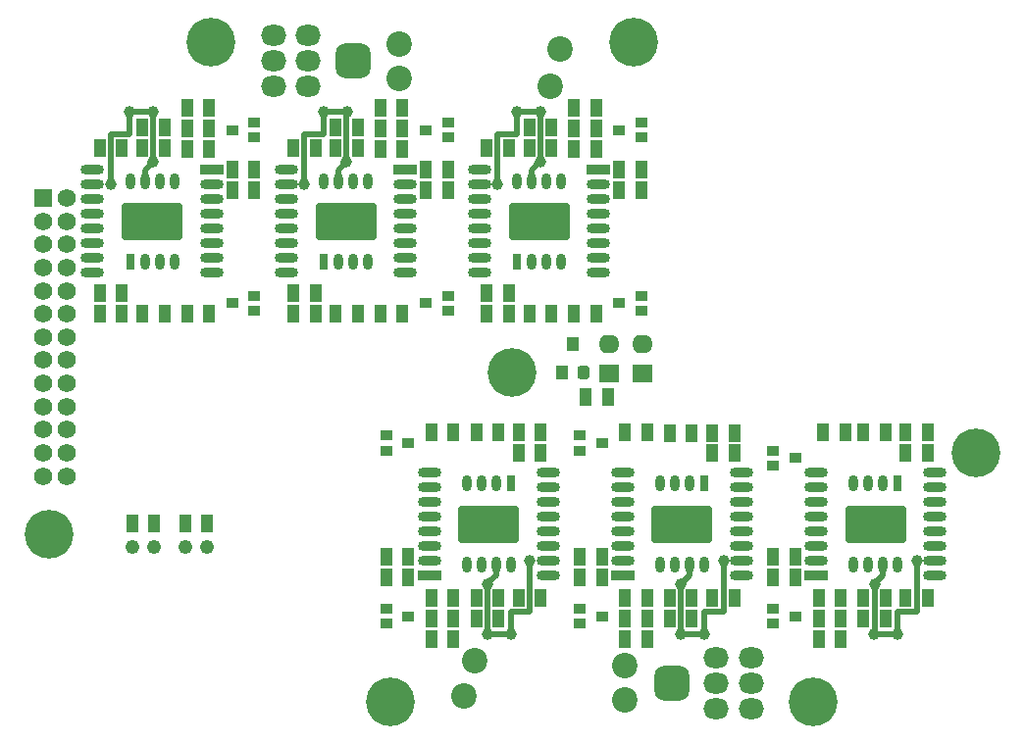
<source format=gbs>
G04*
G04 #@! TF.GenerationSoftware,Altium Limited,Altium Designer,22.1.2 (22)*
G04*
G04 Layer_Color=16711935*
%FSAX42Y42*%
%MOMM*%
G71*
G04*
G04 #@! TF.SameCoordinates,0EE806D4-B871-489F-9783-670BAA343DA3*
G04*
G04*
G04 #@! TF.FilePolarity,Negative*
G04*
G01*
G75*
%ADD15C,0.50*%
%ADD16R,2.00X0.90*%
%ADD17O,2.00X0.90*%
%ADD18R,0.80X1.40*%
%ADD19O,0.84X1.40*%
%ADD20R,1.00X1.50*%
G04:AMPARAMS|DCode=26|XSize=5.2mm|YSize=3.2mm|CornerRadius=0.18mm|HoleSize=0mm|Usage=FLASHONLY|Rotation=0.000|XOffset=0mm|YOffset=0mm|HoleType=Round|Shape=RoundedRectangle|*
%AMROUNDEDRECTD26*
21,1,5.20,2.85,0,0,0.0*
21,1,4.85,3.20,0,0,0.0*
1,1,0.35,2.42,-1.43*
1,1,0.35,-2.42,-1.43*
1,1,0.35,-2.42,1.43*
1,1,0.35,2.42,1.43*
%
%ADD26ROUNDEDRECTD26*%
%ADD27C,2.20*%
%ADD28C,1.57*%
%ADD29R,1.57X1.57*%
%ADD30C,1.22*%
G04:AMPARAMS|DCode=31|XSize=3mm|YSize=3mm|CornerRadius=0.8mm|HoleSize=0mm|Usage=FLASHONLY|Rotation=180.000|XOffset=0mm|YOffset=0mm|HoleType=Round|Shape=RoundedRectangle|*
%AMROUNDEDRECTD31*
21,1,3.00,1.40,0,0,180.0*
21,1,1.40,3.00,0,0,180.0*
1,1,1.60,-0.70,0.70*
1,1,1.60,0.70,0.70*
1,1,1.60,0.70,-0.70*
1,1,1.60,-0.70,-0.70*
%
%ADD31ROUNDEDRECTD31*%
%ADD32O,2.20X1.80*%
%ADD33R,1.80X1.60*%
%ADD34O,1.80X1.60*%
%ADD35C,1.00*%
%ADD36C,4.20*%
G04:AMPARAMS|DCode=78|XSize=0.9mm|YSize=1.1mm|CornerRadius=0.28mm|HoleSize=0mm|Usage=FLASHONLY|Rotation=270.000|XOffset=0mm|YOffset=0mm|HoleType=Round|Shape=RoundedRectangle|*
%AMROUNDEDRECTD78*
21,1,0.90,0.55,0,0,270.0*
21,1,0.35,1.10,0,0,270.0*
1,1,0.55,-0.28,-0.18*
1,1,0.55,-0.28,0.18*
1,1,0.55,0.28,0.18*
1,1,0.55,0.28,-0.18*
%
%ADD78ROUNDEDRECTD78*%
%ADD79R,1.10X0.90*%
G04:AMPARAMS|DCode=80|XSize=1.1mm|YSize=1.15mm|CornerRadius=0.33mm|HoleSize=0mm|Usage=FLASHONLY|Rotation=180.000|XOffset=0mm|YOffset=0mm|HoleType=Round|Shape=RoundedRectangle|*
%AMROUNDEDRECTD80*
21,1,1.10,0.50,0,0,180.0*
21,1,0.45,1.15,0,0,180.0*
1,1,0.65,-0.23,0.25*
1,1,0.65,0.23,0.25*
1,1,0.65,0.23,-0.25*
1,1,0.65,-0.23,-0.25*
%
%ADD80ROUNDEDRECTD80*%
%ADD81R,1.10X1.15*%
%ADD82R,1.10X1.15*%
D15*
X007523Y001416D02*
X007551Y001443D01*
X007523Y000982D02*
Y001416D01*
Y000982D02*
X007724D01*
X007890Y001174D02*
Y001612D01*
X007724Y000982D02*
Y001174D01*
X007596Y001489D02*
Y001582D01*
X007551Y001443D02*
X007596Y001489D01*
X007724Y001174D02*
X007890D01*
X006054D02*
X006220D01*
X005881Y001443D02*
X005926Y001489D01*
Y001582D01*
X006054Y000982D02*
Y001174D01*
X006220D02*
Y001612D01*
X005853Y000982D02*
X006054D01*
X005853D02*
Y001416D01*
X005881Y001443D01*
X004183Y001416D02*
X004211Y001443D01*
X004183Y000982D02*
Y001416D01*
Y000982D02*
X004384D01*
X004550Y001174D02*
Y001612D01*
X004384Y000982D02*
Y001174D01*
X004256Y001489D02*
Y001582D01*
X004211Y001443D02*
X004256Y001489D01*
X004384Y001174D02*
X004550D01*
X004270Y005302D02*
X004436D01*
X004564Y004987D02*
X004609Y005033D01*
X004564Y004894D02*
Y004987D01*
X004436Y005302D02*
Y005494D01*
X004270Y004864D02*
Y005302D01*
X004436Y005494D02*
X004637D01*
Y005060D02*
Y005494D01*
X004609Y005033D02*
X004637Y005060D01*
X001269Y005033D02*
X001297Y005060D01*
Y005494D01*
X001096D02*
X001297D01*
X000930Y004864D02*
Y005302D01*
X001096D02*
Y005494D01*
X001224Y004894D02*
Y004987D01*
X001269Y005033D01*
X000930Y005302D02*
X001096D01*
X002600D02*
X002766D01*
X002894Y004987D02*
X002939Y005033D01*
X002894Y004894D02*
Y004987D01*
X002766Y005302D02*
Y005494D01*
X002600Y004864D02*
Y005302D01*
X002766Y005494D02*
X002967D01*
Y005060D02*
Y005494D01*
X002939Y005033D02*
X002967Y005060D01*
D16*
X007020Y001485D02*
D03*
X005350D02*
D03*
X003680D02*
D03*
X005140Y004991D02*
D03*
X001800D02*
D03*
X003470D02*
D03*
D17*
X007020Y001739D02*
D03*
Y001866D02*
D03*
Y001993D02*
D03*
Y002120D02*
D03*
Y002247D02*
D03*
Y002374D02*
D03*
Y001612D02*
D03*
X008046Y001485D02*
D03*
Y001612D02*
D03*
Y001739D02*
D03*
Y002247D02*
D03*
Y001866D02*
D03*
Y002374D02*
D03*
Y001993D02*
D03*
Y002120D02*
D03*
X006376D02*
D03*
Y001993D02*
D03*
Y002374D02*
D03*
Y001866D02*
D03*
Y002247D02*
D03*
Y001739D02*
D03*
Y001612D02*
D03*
Y001485D02*
D03*
X005350Y001612D02*
D03*
Y002374D02*
D03*
Y002247D02*
D03*
Y002120D02*
D03*
Y001993D02*
D03*
Y001866D02*
D03*
Y001739D02*
D03*
X003680D02*
D03*
Y001866D02*
D03*
Y001993D02*
D03*
Y002120D02*
D03*
Y002247D02*
D03*
Y002374D02*
D03*
Y001612D02*
D03*
X004706Y001485D02*
D03*
Y001612D02*
D03*
Y001739D02*
D03*
Y002247D02*
D03*
Y001866D02*
D03*
Y002374D02*
D03*
Y001993D02*
D03*
Y002120D02*
D03*
X004114Y004356D02*
D03*
Y004483D02*
D03*
Y004102D02*
D03*
Y004610D02*
D03*
Y004229D02*
D03*
Y004737D02*
D03*
Y004864D02*
D03*
Y004991D02*
D03*
X005140Y004864D02*
D03*
Y004102D02*
D03*
Y004229D02*
D03*
Y004356D02*
D03*
Y004483D02*
D03*
Y004610D02*
D03*
Y004737D02*
D03*
X001800D02*
D03*
Y004610D02*
D03*
Y004483D02*
D03*
Y004356D02*
D03*
Y004229D02*
D03*
Y004102D02*
D03*
Y004864D02*
D03*
X000774Y004991D02*
D03*
Y004864D02*
D03*
Y004737D02*
D03*
Y004229D02*
D03*
Y004610D02*
D03*
Y004102D02*
D03*
Y004483D02*
D03*
Y004356D02*
D03*
X002444D02*
D03*
Y004483D02*
D03*
Y004102D02*
D03*
Y004610D02*
D03*
Y004229D02*
D03*
Y004737D02*
D03*
Y004864D02*
D03*
Y004991D02*
D03*
X003470Y004864D02*
D03*
Y004102D02*
D03*
Y004229D02*
D03*
Y004356D02*
D03*
Y004483D02*
D03*
Y004610D02*
D03*
Y004737D02*
D03*
D18*
X007722Y002281D02*
D03*
X006052D02*
D03*
X004382D02*
D03*
X004438Y004195D02*
D03*
X001098D02*
D03*
X002768D02*
D03*
D19*
X007595Y001583D02*
D03*
X007341Y002281D02*
D03*
X007468D02*
D03*
X007722Y001583D02*
D03*
X007341D02*
D03*
X007595Y002281D02*
D03*
X007468Y001583D02*
D03*
X005798D02*
D03*
X005925Y002281D02*
D03*
X005671Y001583D02*
D03*
X006052D02*
D03*
X005798Y002281D02*
D03*
X005671D02*
D03*
X005925Y001583D02*
D03*
X004255D02*
D03*
X004001Y002281D02*
D03*
X004128D02*
D03*
X004382Y001583D02*
D03*
X004001D02*
D03*
X004255Y002281D02*
D03*
X004128Y001583D02*
D03*
X004692Y004893D02*
D03*
X004565Y004195D02*
D03*
X004819Y004893D02*
D03*
X004438D02*
D03*
X004692Y004195D02*
D03*
X004819D02*
D03*
X004565Y004893D02*
D03*
X001225D02*
D03*
X001479Y004195D02*
D03*
X001352D02*
D03*
X001098Y004893D02*
D03*
X001479D02*
D03*
X001225Y004195D02*
D03*
X001352Y004893D02*
D03*
X003022D02*
D03*
X002895Y004195D02*
D03*
X003149Y004893D02*
D03*
X002768D02*
D03*
X003022Y004195D02*
D03*
X003149D02*
D03*
X002895Y004893D02*
D03*
D20*
X007983Y001293D02*
D03*
X007793D02*
D03*
X007617Y001117D02*
D03*
Y001297D02*
D03*
X007427Y001117D02*
D03*
Y001297D02*
D03*
X005757D02*
D03*
Y001117D02*
D03*
X005947Y001297D02*
D03*
Y001117D02*
D03*
X006123Y001293D02*
D03*
X006313D02*
D03*
X004643D02*
D03*
X004453D02*
D03*
X004277Y001117D02*
D03*
Y001297D02*
D03*
X004087Y001117D02*
D03*
Y001297D02*
D03*
X004733Y005179D02*
D03*
Y005359D02*
D03*
X004543Y005179D02*
D03*
Y005359D02*
D03*
X004367Y005183D02*
D03*
X004177D02*
D03*
X000837D02*
D03*
X001027D02*
D03*
X001203Y005359D02*
D03*
Y005179D02*
D03*
X001393Y005359D02*
D03*
Y005179D02*
D03*
X003063D02*
D03*
Y005359D02*
D03*
X002873Y005179D02*
D03*
Y005359D02*
D03*
X002697Y005183D02*
D03*
X002507D02*
D03*
X007270Y002723D02*
D03*
X007080D02*
D03*
X007982D02*
D03*
X007792D02*
D03*
X007617Y002723D02*
D03*
X007427D02*
D03*
X007230Y001297D02*
D03*
X007040D02*
D03*
X006840Y001475D02*
D03*
X006650D02*
D03*
X007792Y002545D02*
D03*
X007982D02*
D03*
X007230Y000940D02*
D03*
X007040D02*
D03*
X007230Y001118D02*
D03*
X007040D02*
D03*
X006649Y001653D02*
D03*
X006839D02*
D03*
X004642Y002545D02*
D03*
X004452D02*
D03*
X003700Y000940D02*
D03*
X003890D02*
D03*
X004452Y002723D02*
D03*
X004642D02*
D03*
X004087Y002723D02*
D03*
X004277D02*
D03*
X003310Y001475D02*
D03*
X003500D02*
D03*
X003700Y002723D02*
D03*
X003890D02*
D03*
X003700Y001118D02*
D03*
X003890D02*
D03*
X003700Y001297D02*
D03*
X003890D02*
D03*
X003499Y001653D02*
D03*
X003309D02*
D03*
X005370Y001118D02*
D03*
X005560D02*
D03*
X006122Y002713D02*
D03*
X006312D02*
D03*
X005757D02*
D03*
X005947D02*
D03*
X005370Y001297D02*
D03*
X005560D02*
D03*
X004980Y001475D02*
D03*
X005170D02*
D03*
X005370Y000940D02*
D03*
X005560D02*
D03*
X005370Y002723D02*
D03*
X005560D02*
D03*
X005169Y001653D02*
D03*
X004979D02*
D03*
X006312Y002545D02*
D03*
X006122D02*
D03*
X001575Y001933D02*
D03*
X001765D02*
D03*
X001305Y001933D02*
D03*
X001115D02*
D03*
X003063Y003747D02*
D03*
X002873D02*
D03*
X001981Y004817D02*
D03*
X002171D02*
D03*
X001780Y005352D02*
D03*
X001590D02*
D03*
X001780Y003747D02*
D03*
X001590D02*
D03*
X001780Y005530D02*
D03*
X001590D02*
D03*
X000838Y003925D02*
D03*
X001028D02*
D03*
X002170Y004995D02*
D03*
X001980D02*
D03*
X001780Y005173D02*
D03*
X001590D02*
D03*
X001393Y003747D02*
D03*
X001203D02*
D03*
X001028Y003747D02*
D03*
X000838D02*
D03*
X003651Y004817D02*
D03*
X003841D02*
D03*
X003450Y005352D02*
D03*
X003260D02*
D03*
X003450Y003747D02*
D03*
X003260D02*
D03*
X003450Y005530D02*
D03*
X003260D02*
D03*
X002508Y003925D02*
D03*
X002698D02*
D03*
X003840Y004995D02*
D03*
X003650D02*
D03*
X003450Y005173D02*
D03*
X003260D02*
D03*
X002698Y003747D02*
D03*
X002508D02*
D03*
X004368D02*
D03*
X004178D02*
D03*
X004733Y003747D02*
D03*
X004543D02*
D03*
X005120Y005173D02*
D03*
X004930D02*
D03*
X005510Y004995D02*
D03*
X005320D02*
D03*
X004178Y003925D02*
D03*
X004368D02*
D03*
X005120Y005530D02*
D03*
X004930D02*
D03*
X005120Y003747D02*
D03*
X004930D02*
D03*
X005120Y005352D02*
D03*
X004930D02*
D03*
X005321Y004817D02*
D03*
X005511D02*
D03*
X005030Y003033D02*
D03*
X005220D02*
D03*
D26*
X007531Y001932D02*
D03*
X005861D02*
D03*
X004191D02*
D03*
X004629Y004544D02*
D03*
X001289D02*
D03*
X002959D02*
D03*
D27*
X004070Y000750D02*
D03*
X003424Y005781D02*
D03*
X004721Y005712D02*
D03*
X005370Y000710D02*
D03*
X003424Y006081D02*
D03*
X004811Y006032D02*
D03*
X003980Y000450D02*
D03*
X005370Y000410D02*
D03*
D28*
X000347Y004147D02*
D03*
Y004347D02*
D03*
X000547Y003947D02*
D03*
X000347D02*
D03*
X000547Y004147D02*
D03*
Y004347D02*
D03*
Y004547D02*
D03*
X000347D02*
D03*
X000547Y004747D02*
D03*
Y003747D02*
D03*
X000347Y003547D02*
D03*
X000547D02*
D03*
X000347Y003747D02*
D03*
X000547Y003347D02*
D03*
X000347Y003147D02*
D03*
X000547D02*
D03*
X000347Y003347D02*
D03*
X000547Y002947D02*
D03*
X000347D02*
D03*
X000547Y002747D02*
D03*
X000347Y002547D02*
D03*
X000547D02*
D03*
Y002347D02*
D03*
X000347Y002347D02*
D03*
Y002747D02*
D03*
D29*
Y004747D02*
D03*
D30*
X001574Y001733D02*
D03*
X001765D02*
D03*
X001115D02*
D03*
X001306D02*
D03*
D31*
X003023Y005931D02*
D03*
X005771Y000560D02*
D03*
D32*
X002635Y006151D02*
D03*
Y005931D02*
D03*
Y005711D02*
D03*
X002335Y006151D02*
D03*
Y005931D02*
D03*
Y005711D02*
D03*
X006458Y000780D02*
D03*
Y000560D02*
D03*
Y000340D02*
D03*
X006158Y000780D02*
D03*
Y000560D02*
D03*
Y000340D02*
D03*
D33*
X005230Y003236D02*
D03*
X005520D02*
D03*
D34*
X005230Y003490D02*
D03*
X005520D02*
D03*
D35*
X007522Y000983D02*
D03*
X007724D02*
D03*
X007890Y001612D02*
D03*
X007523Y001415D02*
D03*
X005853D02*
D03*
X006220Y001612D02*
D03*
X006054Y000983D02*
D03*
X005852D02*
D03*
X004182D02*
D03*
X004384D02*
D03*
X004550Y001612D02*
D03*
X004183Y001415D02*
D03*
X004637Y005061D02*
D03*
X004270Y004864D02*
D03*
X004436Y005493D02*
D03*
X004638D02*
D03*
X001298D02*
D03*
X001096D02*
D03*
X000930Y004864D02*
D03*
X001297Y005061D02*
D03*
X002967D02*
D03*
X002600Y004864D02*
D03*
X002766Y005493D02*
D03*
X002968D02*
D03*
D36*
X001799Y006095D02*
D03*
X004395Y003245D02*
D03*
X005445Y006095D02*
D03*
X000395Y001845D02*
D03*
X003345Y000395D02*
D03*
X008395Y002545D02*
D03*
X006991Y000395D02*
D03*
D78*
X006649Y001070D02*
D03*
X006650Y002435D02*
D03*
X003309Y001070D02*
D03*
X003310Y002565D02*
D03*
X004979Y001070D02*
D03*
X004980Y002565D02*
D03*
X002170Y003905D02*
D03*
X002171Y005400D02*
D03*
X003840Y003905D02*
D03*
X003841Y005400D02*
D03*
X005511D02*
D03*
X005510Y003905D02*
D03*
D79*
X006649Y001200D02*
D03*
X006839Y001135D02*
D03*
X006650Y002565D02*
D03*
X006840Y002500D02*
D03*
X003309Y001200D02*
D03*
X003499Y001135D02*
D03*
X003310Y002695D02*
D03*
X003500Y002630D02*
D03*
X005169Y001135D02*
D03*
X004979Y001200D02*
D03*
X005170Y002630D02*
D03*
X004980Y002695D02*
D03*
X002170Y003775D02*
D03*
X001980Y003840D02*
D03*
X002171Y005270D02*
D03*
X001981Y005335D02*
D03*
X003840Y003775D02*
D03*
X003650Y003840D02*
D03*
X003841Y005270D02*
D03*
X003651Y005335D02*
D03*
X005511Y005270D02*
D03*
X005321Y005335D02*
D03*
X005510Y003775D02*
D03*
X005320Y003840D02*
D03*
D80*
X005015Y003240D02*
D03*
D81*
X004825Y003240D02*
D03*
D82*
X004920Y003490D02*
D03*
M02*

</source>
